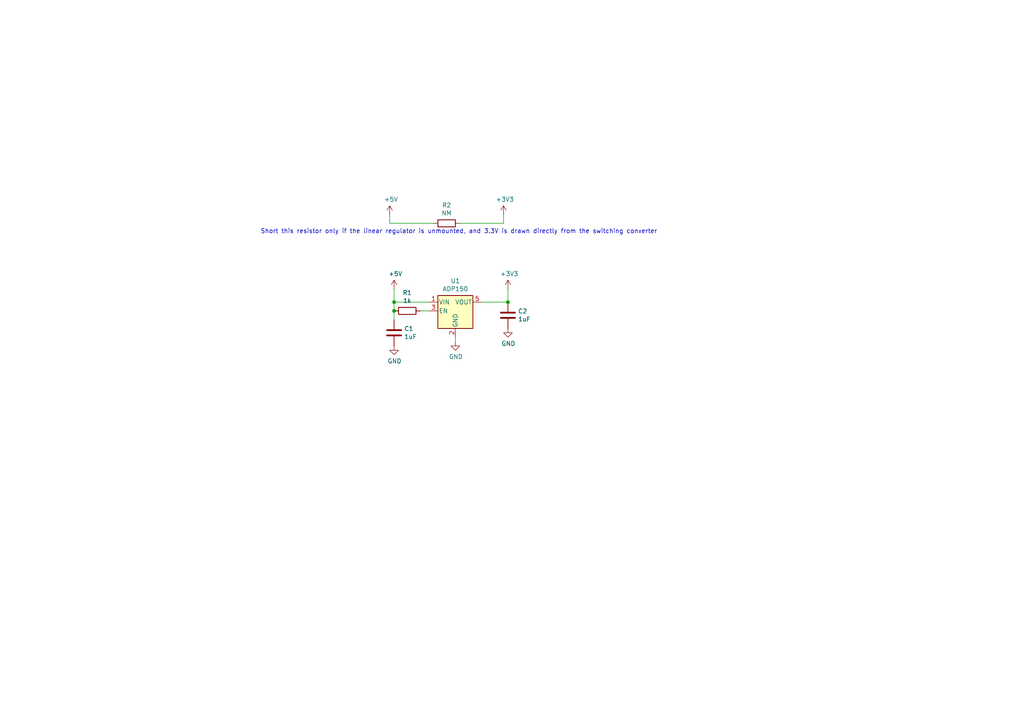
<source format=kicad_sch>
(kicad_sch (version 20230121) (generator eeschema)
  (paper "A4")
  (title_block (title "Vehicle Measurement Unit") (date "2020-02-26") (rev "1.0") (comment 1 "DeV17") (comment 2 "Vishnu N.") (comment 3 "vishnuna@kth.se") (comment 4 "Linear Regulator"))
  (lib_symbols
    (symbol "Device:C" (pin_numbers hide) (pin_names (offset 0.254))
      (property "Reference" "C" (at 0.635 2.54 0))
      (property "Value" "C" (at 0.635 -2.54 0))
      (symbol "C_0_1"
        (polyline (pts (xy -2.032 -0.762) (xy 2.032 -0.762)) (stroke (width 0.508)))
        (polyline (pts (xy -2.032 0.762) (xy 2.032 0.762)) (stroke (width 0.508)))
      )
      (symbol "C_1_1"
        (pin passive line (at 0 3.81 270) (length 2.794) (name "~") (number "1"))
        (pin passive line (at 0 -3.81 90) (length 2.794) (name "~") (number "2"))
      )
    )
    (symbol "Device:R" (pin_numbers hide) (pin_names (offset 0))
      (property "Reference" "R" (at 2.032 0 90))
      (property "Value" "R" (at 0 0 90))
      (symbol "R_0_1"
        (rectangle (start -1.016 -2.54) (end 1.016 2.54) (stroke (width 0.254)))
      )
      (symbol "R_1_1"
        (pin passive line (at 0 3.81 270) (length 1.27) (name "~") (number "1"))
        (pin passive line (at 0 -3.81 90) (length 1.27) (name "~") (number "2"))
      )
    )
    (symbol "KTHFS:ADP150" (pin_names (offset 0.254))
      (property "Reference" "U" (at -3.81 5.715 0))
      (property "Value" "ADP150" (at 0 5.715 0))
      (symbol "ADP150_0_1"
        (rectangle (start -5.08 4.445) (end 5.08 -5.08) (stroke (width 0.254)) (fill (type background)))
      )
      (symbol "ADP150_1_1"
        (pin power_in line (at -7.62 2.54 0) (length 2.54) (name "VIN") (number "1"))
        (pin power_in line (at 0 -7.62 90) (length 2.54) (name "GND") (number "2"))
        (pin input line (at -7.62 0 0) (length 2.54) (name "EN") (number "3"))
        (pin no_connect line (at 7.62 0 180) (length 2.54) hide (name "NC") (number "4"))
        (pin power_out line (at 7.62 2.54 180) (length 2.54) (name "VOUT") (number "5"))
      )
    )
    (symbol "VMU-rescue:+3.3V-power" (power) (pin_names (offset 0))
      (property "Value" "+3.3V-power" (at 0 3.556 0))
      (symbol "+3.3V-power_0_1"
        (polyline (pts (xy -0.762 1.27) (xy 0 2.54)))
        (polyline (pts (xy 0 0) (xy 0 2.54)))
        (polyline (pts (xy 0 2.54) (xy 0.762 1.27)))
      )
      (symbol "+3.3V-power_1_1"
        (pin power_in line (at 0 0 90) (length 0) hide (name "+3V3") (number "1"))
      )
    )
    (symbol "power:+5V" (power) (pin_names (offset 0))
      (property "Value" "+5V" (at 0 3.556 0))
      (symbol "+5V_0_1"
        (polyline (pts (xy -0.762 1.27) (xy 0 2.54)))
        (polyline (pts (xy 0 0) (xy 0 2.54)))
        (polyline (pts (xy 0 2.54) (xy 0.762 1.27)))
      )
      (symbol "+5V_1_1"
        (pin power_in line (at 0 0 90) (length 0) hide (name "+5V") (number "1"))
      )
    )
    (symbol "power:GND" (power) (pin_names (offset 0))
      (property "Value" "GND" (at 0 -3.81 0))
      (symbol "GND_0_1"
        (polyline (pts (xy 0 0) (xy 0 -1.27) (xy 1.27 -1.27) (xy 0 -2.54) (xy -1.27 -1.27) (xy 0 -1.27)))
      )
      (symbol "GND_1_1"
        (pin power_in line (at 0 0 270) (length 0) hide (name "GND") (number "1"))
      )
    )
  )
  (junction (at 114.3 90.17))
  (junction (at 147.32 87.63))
  (junction (at 114.3 87.63))
  (wire (pts (xy 147.32 87.63) (xy 147.32 83.82)))
  (wire (pts (xy 114.3 92.71) (xy 114.3 90.17)))
  (wire (pts (xy 139.7 87.63) (xy 147.32 87.63)))
  (wire (pts (xy 114.3 87.63) (xy 114.3 83.82)))
  (wire (pts (xy 133.35 64.77) (xy 146.05 64.77)))
  (wire (pts (xy 113.03 62.23) (xy 113.03 64.77)))
  (wire (pts (xy 113.03 64.77) (xy 125.73 64.77)))
  (wire (pts (xy 132.08 97.79) (xy 132.08 99.06)))
  (wire (pts (xy 124.46 87.63) (xy 114.3 87.63)))
  (wire (pts (xy 114.3 90.17) (xy 114.3 87.63)))
  (wire (pts (xy 146.05 64.77) (xy 146.05 62.23)))
  (wire (pts (xy 121.92 90.17) (xy 124.46 90.17)))
  (text "Short this resistor only if the linear regulator is unmounted, and 3.3V is drawn directly from the switching converter\n" (at 75.565 67.945 0) (effects (font (size 1.27 1.27)) (justify left bottom)))
  (symbol (lib_id "KTHFS:ADP150") (at 132.08 90.17 0) (unit 1)
    (property "Reference" "U1" (at 132.08 81.4832 0))
    (property "Value" "ADP150" (at 132.08 83.7946 0))
    (property "Footprint" "Package_TO_SOT_SMD:SOT-23-5" (effects hide))
    (property "Datasheet" "https://www.analog.com/media/en/technical-documentation/data-sheets/ADP150.pdf" (effects hide))
  )
  (symbol (lib_id "power:+5V") (at 114.3 83.82 0) (unit 1)
    (property "Reference" "#PWR02" (effects hide))
    (property "Value" "+5V" (at 114.681 79.4258 0))
  )
  (symbol (lib_id "Device:R") (at 118.11 90.17 270) (unit 1)
    (property "Reference" "R1" (at 118.11 84.9122 90))
    (property "Value" "1k" (at 118.11 87.2236 90))
    (property "Footprint" "Resistor_SMD:R_0603_1608Metric" (effects hide))
  )
  (symbol (lib_id "power:GND") (at 132.08 99.06 0) (unit 1)
    (property "Reference" "#PWR04" (effects hide))
    (property "Value" "GND" (at 132.207 103.4542 0))
  )
  (symbol (lib_id "VMU-rescue:+3.3V-power") (at 147.32 83.82 0) (unit 1)
    (property "Reference" "#PWR06" (effects hide))
    (property "Value" "+3.3V" (at 147.701 79.4258 0))
  )
  (symbol (lib_id "VMU-rescue:+3.3V-power") (at 146.05 62.23 0) (unit 1)
    (property "Reference" "#PWR05" (effects hide))
    (property "Value" "+3.3V" (at 146.431 57.8358 0))
  )
  (symbol (lib_id "power:+5V") (at 113.03 62.23 0) (unit 1)
    (property "Reference" "#PWR01" (effects hide))
    (property "Value" "+5V" (at 113.411 57.8358 0))
  )
  (symbol (lib_id "Device:R") (at 129.54 64.77 270) (unit 1)
    (property "Reference" "R2" (at 129.54 59.5122 90))
    (property "Value" "NM" (at 129.54 61.8236 90))
    (property "Footprint" "Resistor_SMD:R_0603_1608Metric" (effects hide))
  )
  (symbol (lib_id "Device:C") (at 114.3 96.52 0) (unit 1)
    (property "Reference" "C1" (at 117.221 95.3516 0) (effects (justify left)))
    (property "Value" "1uF" (at 117.221 97.663 0) (effects (justify left)))
    (property "Footprint" "Capacitor_SMD:C_0603_1608Metric" (effects hide))
  )
  (symbol (lib_id "power:GND") (at 114.3 100.33 0) (unit 1)
    (property "Reference" "#PWR03" (effects hide))
    (property "Value" "GND" (at 114.427 104.7242 0))
  )
  (symbol (lib_id "Device:C") (at 147.32 91.44 0) (unit 1)
    (property "Reference" "C2" (at 150.241 90.2716 0) (effects (justify left)))
    (property "Value" "1uF" (at 150.241 92.583 0) (effects (justify left)))
    (property "Footprint" "Capacitor_SMD:C_0603_1608Metric" (effects hide))
  )
  (symbol (lib_id "power:GND") (at 147.32 95.25 0) (unit 1)
    (property "Reference" "#PWR07" (effects hide))
    (property "Value" "GND" (at 147.447 99.6442 0))
  )
)
</source>
